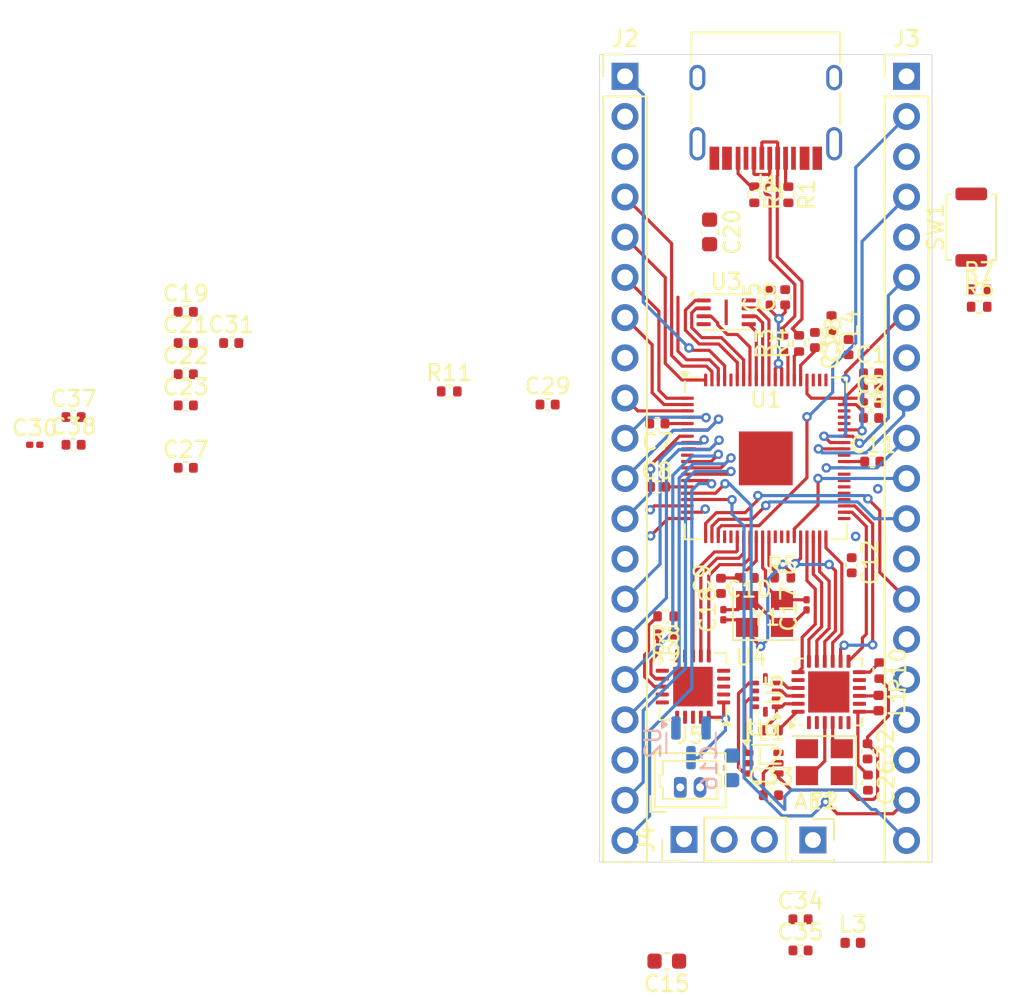
<source format=kicad_pcb>
(kicad_pcb (version 20241229) (generator "pcbnew") (generator_version "9.0")
  (layers (0 "F.Cu" jumper) (4 "In1.Cu" signal) (6 "In2.Cu" signal) (2 "B.Cu" mixed) (13 "F.Paste" user) (15 "B.Paste" user) (5 "F.SilkS" user "F.Silkscreen") (7 "B.SilkS" user "B.Silkscreen") (1 "F.Mask" user) (3 "B.Mask" user) (25 "Edge.Cuts" user))
  (net 0 "")
  (net 1 "Net-(AE1-A)")
  (net 2 "+3.3V")
  (net 3 "GND")
  (net 4 "Net-(U2-VI)")
  (net 5 "XIN")
  (net 6 "Net-(C18-Pad2)")
  (net 7 "VBUS")
  (net 8 "Net-(U5-VREG)")
  (net 9 "Net-(U5-VR_PA)")
  (net 10 "+1.1")
  (net 11 "Net-(U6-CTRL)")
  (net 12 "Net-(C33-Pad2)")
  (net 13 "Net-(U6-RFIN)")
  (net 14 "Net-(U1-VREG_AVDD)")
  (net 15 "Net-(FL1-RFO)")
  (net 16 "Net-(FL1-RFI_P)")
  (net 17 "Net-(FL1-RFI_N)")
  (net 18 "Net-(FL1-SW_RFI)")
  (net 19 "Net-(FL1-SW_RFO)")
  (net 20 "USB D-")
  (net 21 "USB D+")
  (net 22 "Net-(J1-CC1)")
  (net 23 "Net-(J1-CC2)")
  (net 24 "GPIO13")
  (net 25 "GPIO00")
  (net 26 "GPIO08")
  (net 27 "GPIO07")
  (net 28 "GPIO02")
  (net 29 "GPIO11")
  (net 30 "GPIO12")
  (net 31 "GPIO09")
  (net 32 "GPIO15")
  (net 33 "GPIO06")
  (net 34 "GPIO14")
  (net 35 "GPIO05")
  (net 36 "GPIO01")
  (net 37 "GPIO04")
  (net 38 "GPIO10")
  (net 39 "GPIO03")
  (net 40 "GPIO23")
  (net 41 "GPIO22")
  (net 42 "GPIO17")
  (net 43 "GPIO20")
  (net 44 "GPIO16")
  (net 45 "GPIO18")
  (net 46 "GPIO43_ADC3")
  (net 47 "GPIO19")
  (net 48 "GPIO42_ADC2")
  (net 49 "RUN")
  (net 50 "GPIO41_ADC1")
  (net 51 "GPIO40_ADC0")
  (net 52 "GPIO21")
  (net 53 "GPIO44_ADC4")
  (net 54 "SWCLK")
  (net 55 "SWDIO")
  (net 56 "VBAT")
  (net 57 "Net-(U5-DCC_SW)")
  (net 58 "Net-(U1-VREG_LX)")
  (net 59 "Net-(U1-USB_DP)")
  (net 60 "Net-(U1-USB_DM)")
  (net 61 "XOUT")
  (net 62 "QSPI_SS")
  (net 63 "Net-(R7-Pad2)")
  (net 64 "Net-(U4-PROG1)")
  (net 65 "Net-(U4-PROG3)")
  (net 66 "SXDIO2")
  (net 67 "QSPI_SCLK")
  (net 69 "QSPI_SD0")
  (net 70 "GPIO30_SPI1")
  (net 71 "GPIO31_SPI1")
  (net 72 "GPIO29_SPI1")
  (net 73 "QSPI_SD1")
  (net 74 "GPIO34L")
  (net 75 "GPIO33L")
  (net 76 "GPIO24B")
  (net 77 "GPIO26B")
  (net 80 "QSPI_SD3")
  (net 82 "GPIO27B")
  (net 83 "GPIO28_SPI1")
  (net 86 "GPIO32L")
  (net 87 "QSPI_SD2")
  (net 88 "GPIO25B")
  (net 92 "XTA")
  (net 93 "XTB")
  (footprint "Capacitor_SMD:C_0402_1005Metric" (layer "F.Cu") (at 101 68.3 -90)
    (property "Reference" "C32")
    (property "Value" "1nF")
  )
  (footprint "Resistor_SMD:R_0402_1005Metric" (layer "F.Cu") (at 108.05 39.125)
    (property "Reference" "R7")
    (property "Value" "1K")
  )
  (footprint "Capacitor_SMD:C_0402_1005Metric" (layer "F.Cu") (at 95.8 39.625 90)
    (property "Reference" "C6")
    (property "Value" "0.1uF")
  )
  (footprint "Crystal:Crystal_SMD_3225-4Pin_3.2x2.5mm" (layer "F.Cu") (at 94.495 59.625)
    (property "Reference" "Y1")
    (property "Value" "12 MHz")
  )
  (footprint "Resistor_SMD:R_0402_1005Metric" (layer "F.Cu") (at 108.05 40.225)
    (property "Reference" "R6")
    (property "Value" "10K")
  )
  (footprint "Capacitor_SMD:C_0402_1005Metric" (layer "F.Cu") (at 91.745 57.85 -90)
    (property "Reference" "C9")
    (property "Value" "0.1uF")
  )
  (footprint "Capacitor_SMD:C_0402_1005Metric" (layer "F.Cu") (at 57.945 44.485)
    (property "Reference" "C22")
    (property "Value" "100nF")
  )
  (footprint "Capacitor_SMD:C_0402_1005Metric" (layer "F.Cu") (at 101.225 46.3)
    (property "Reference" "C2")
    (property "Value" "0.1uF")
  )
  (footprint "Capacitor_SMD:C_0402_1005Metric" (layer "F.Cu") (at 101.225 44.425)
    (property "Reference" "C1")
    (property "Value" "1uF")
  )
  (footprint "Package_SON:Winbond_USON-8-1EP_3x2mm_P0.5mm_EP0.2x1.6mm" (layer "F.Cu") (at 92.075 40.575)
    (property "Reference" "U3")
    (property "Value" "W25Q16JVZPIQ TR")
  )
  (footprint "Capacitor_SMD:C_0402_1005Metric" (layer "F.Cu") (at 101.225 47.25)
    (property "Reference" "C4")
    (property "Value" "0.1uF")
  )
  (footprint "Capacitor_SMD:C_0402_1005Metric" (layer "F.Cu") (at 94.9 71.075)
    (property "Reference" "C33")
    (property "Value" "39pF")
  )
  (footprint "Capacitor_SMD:C_0603_1608Metric" (layer "F.Cu") (at 88.325 81.55 180)
    (property "Reference" "C15")
    (property "Value" "10uF")
  )
  (footprint "Capacitor_SMD:C_0402_1005Metric" (layer "F.Cu") (at 101.025 70.275 -90)
    (property "Reference" "C26")
    (property "Value" "470nF")
  )
  (footprint "Capacitor_SMD:C_0402_1005Metric" (layer "F.Cu") (at 94.875 39.625 90)
    (property "Reference" "C5")
    (property "Value" "0.1uF")
  )
  (footprint "Connector_PinSocket_2.54mm:PinSocket_1x01_P2.54mm_Vertical" (layer "F.Cu") (at 97.55 73.9)
    (property "Reference" "AE1")
    (property "Value" "Antenna")
  )
  (footprint "Inductor_SMD:L_0402_1005Metric" (layer "F.Cu") (at 98.725 41.285 -90)
    (property "Reference" "L4")
    (property "Value" "3.3uH")
  )
  (footprint "Capacitor_SMD:C_0402_1005Metric" (layer "F.Cu") (at 99.8 42.775 90)
    (property "Reference" "C36")
    (property "Value" "4.7uF")
  )
  (footprint "Capacitor_SMD:C_0402_1005Metric" (layer "F.Cu") (at 93.37 57.35)
    (property "Reference" "C10")
    (property "Value" "0.1uF")
  )
  (footprint "Capacitor_SMD:C_0402_1005Metric" (layer "F.Cu") (at 96.77 80.875)
    (property "Reference" "C35")
    (property "Value" "3.3pF")
  )
  (footprint "Capacitor_SMD:C_0201_0603Metric" (layer "F.Cu") (at 97.15 59.05 90)
    (property "Reference" "C17")
    (property "Value" "33pF")
  )
  (footprint "Capacitor_SMD:C_0402_1005Metric" (layer "F.Cu") (at 60.815 42.515)
    (property "Reference" "C31")
    (property "Value" "41pF")
  )
  (footprint "Connector_Molex:Molex_PicoBlade_53047-0210_1x02_P1.25mm_Vertical" (layer "F.Cu") (at 89.175 70.575)
    (property "Reference" "J5")
    (property "Value" "Conn_01x02")
  )
  (footprint "Capacitor_SMD:C_0402_1005Metric" (layer "F.Cu") (at 57.945 42.515)
    (property "Reference" "C21")
    (property "Value" "100nF")
  )
  (footprint "Package_DFN_QFN:QFN-24-1EP_4x4mm_P0.5mm_EP2.6x2.6mm" (layer "F.Cu") (at 98.55 64.55 90)
    (property "Reference" "U5")
    (property "Value" "SX1262IMLTRT")
  )
  (footprint "Capacitor_SMD:C_0201_0603Metric" (layer "F.Cu") (at 91.895 59.675 -90)
    (property "Reference" "C18")
    (property "Value" "33pF")
  )
  (footprint "Inductor_SMD:L_0402_1005Metric" (layer "F.Cu") (at 100.07 80.395)
    (property "Reference" "L3")
    (property "Value" "9.1nH")
  )
  (footprint "Connector_USB:USB_C_Receptacle_HRO_TYPE-C-31-M-12" (layer "F.Cu") (at 94.575 26.8 180)
    (property "Reference" "J1")
    (property "Value" "USB_C_Receptacle_USB2.0_14P")
  )
  (footprint "Inductor_SMD:L_0402_1005Metric" (layer "F.Cu") (at 94.875 66.975 180)
    (property "Reference" "L2")
    (property "Value" "47nH")
  )
  (footprint "Capacitor_SMD:C_0402_1005Metric" (layer "F.Cu") (at 80.795 46.4)
    (property "Reference" "C29")
    (property "Value" "100nF")
  )
  (footprint "Connector_PinHeader_2.54mm:PinHeader_1x20_P2.54mm_Vertical" (layer "F.Cu") (at 85.685 25.67)
    (property "Reference" "J2")
    (property "Value" "Conn_01x20")
  )
  (footprint "Resistor_SMD:R_0402_1005Metric" (layer "F.Cu") (at 93.85 33.15 -90)
    (property "Reference" "R2")
    (property "Value" "5.1K")
  )
  (footprint "Resistor_SMD:R_0402_1005Metric" (layer "F.Cu") (at 88.25 59.775 180)
    (property "Reference" "R8")
    (property "Value" "2K")
  )
  (footprint "Capacitor_SMD:C_0201_0603Metric" (layer "F.Cu") (at 48.41 48.94)
    (property "Reference" "C30")
    (property "Value" "4.7uF")
  )
  (footprint "Capacitor_SMD:C_0402_1005Metric" (layer "F.Cu") (at 50.86 48.94)
    (property "Reference" "C38")
    (property "Value" "4.7uF")
  )
  (footprint "Capacitor_SMD:C_0402_1005Metric" (layer "F.Cu") (at 50.86 47.19)
    (property "Reference" "C37")
    (property "Value" "4.7uF")
  )
  (footprint "Package_DFN_QFN:QFN-20-1EP_4x4mm_P0.5mm_EP2.5x2.5mm" (layer "F.Cu") (at 89.975 64.2125 180)
    (property "Reference" "U4")
    (property "Value" "MCP73871")
  )
  (footprint "Capacitor_SMD:C_0402_1005Metric" (layer "F.Cu") (at 100 56.55 -90)
    (property "Reference" "C12")
    (property "Value" "0.1uF")
  )
  (footprint "Capacitor_SMD:C_0402_1005Metric" (layer "F.Cu") (at 57.945 50.395)
    (property "Reference" "C27")
    (property "Value" "41nF")
  )
  (footprint "Capacitor_SMD:C_0402_1005Metric" (layer "F.Cu") (at 97.675 42.325 -90)
    (property "Reference" "C28")
    (property "Value" "100nF")
  )
  (footprint "Package_DFN_QFN:QFN-80-1EP_10x10mm_P0.4mm_EP3.4x3.4mm" (layer "F.Cu") (at 94.575 49.8)
    (property "Reference" "U1")
    (property "Value" "RP2350B-QFN80")
  )
  (footprint "Resistor_SMD:R_0402_1005Metric" (layer "F.Cu") (at 74.585 45.57)
    (property "Reference" "R11")
    (property "Value" "33")
  )
  (footprint "Crystal:Crystal_SMD_3225-4Pin_3.2x2.5mm" (layer "F.Cu") (at 98.275 68.9875 180)
    (property "Reference" "Y2")
    (property "Value" "32MHz")
  )
  (footprint "Capacitor_SMD:C_0402_1005Metric" (layer "F.Cu") (at 101.3 50)
    (property "Reference" "C11")
    (property "Value" "0.1uF")
  )
  (footprint "Connector_PinHeader_2.54mm:PinHeader_1x20_P2.54mm_Vertical" (layer "F.Cu") (at 103.465 25.67)
    (property "Reference" "J3")
    (property "Value" "Conn_01x20")
  )
  (footprint "Capacitor_SMD:C_0402_1005Metric" (layer "F.Cu") (at 101.225 45.375)
    (property "Reference" "C3")
    (property "Value" "0.1uF")
  )
  (footprint "Capacitor_SMD:C_0402_1005Metric" (layer "F.Cu") (at 57.945 46.455)
    (property "Reference" "C23")
    (property "Value" "100nF")
  )
  (footprint "Resistor_SMD:R_0402_1005Metric" (layer "F.Cu") (at 101.75 63.2 -90)
    (property "Reference" "R10")
    (property "Value" "100")
  )
  (footprint "Capacitor_SMD:C_0603_1608Metric" (layer "F.Cu") (at 91.025 35.5 -90)
    (property "Reference" "C20")
    (property "Value" "10uF")
  )
  (footprint "Package_TO_SOT_SMD:SOT-363_SC-70-6" (layer "F.Cu") (at 94.425 69.05)
    (property "Reference" "U6")
    (property "Value" "PE4259")
  )
  (footprint "Capacitor_SMD:C_0402_1005Metric" (layer "F.Cu") (at 87.775 51.6 180)
    (property "Reference" "C8")
    (property "Value" "0.1uF")
  )
  (footprint "Connector_PinHeader_2.54mm:PinHeader_1x03_P2.54mm_Vertical" (layer "F.Cu") (at 89.41 73.865 90)
    (property "Reference" "J4")
    (property "Value" "Conn_01x03")
  )
  (footprint "Resistor_SMD:R_0402_1005Metric" (layer "F.Cu") (at 88.25 60.925 180)
    (property "Reference" "R9")
    (property "Value" "2K")
  )
  (footprint "Capacitor_SMD:C_0402_1005Metric" (layer "F.Cu") (at 96.77 78.905)
    (property "Reference" "C34")
    (property "Value" "3.3pF")
  )
  (footprint "Inductor_SMD:L_0402_1005Metric" (layer "F.Cu") (at 101.7 65.25 -90)
    (property "Reference" "L1")
    (property "Value" "15uH")
  )
  (footprint "Resistor_SMD:R_0402_1005Metric" (layer "F.Cu") (at 95.675 42.54 90)
    (property "Reference" "R3")
    (property "Value" "27")
  )
  (footprint "Capacitor_SMD:C_0402_1005Metric" (layer "F.Cu") (at 57.945 40.545)
    (property "Reference" "C19")
    (property "Value" "0.1uF")
  )
  (footprint "RF_Converter:Balun_Johanson_0900FM15K0039" (layer "F.Cu") (at 94.55 64.7375 180)
    (property "Reference" "FL1")
    (property "Value" "0900FM15K0039")
  )
  (footprint "Resistor_SMD:R_0402_1005Metric" (layer "F.Cu") (at 96 33.15 -90)
    (property "Reference" "R1")
    (property "Value" "5.1K")
  )
  (footprint "Capacitor_SMD:C_0402_1005Metric" (layer "F.Cu") (at 87.725 47.6 180)
    (property "Reference" "C7")
    (property "Value" "0.1uF")
  )
  (footprint "Button_Switch_SMD:SW_Push_SPST_NO_Alps_SKRK" (layer "F.Cu") (at 107.55 35.2 90)
    (property "Reference" "SW1")
    (property "Value" "SW_Push")
  )
  (footprint "Resistor_SMD:R_0402_1005Metric" (layer "F.Cu") (at 96.675 42.54 90)
    (property "Reference" "R4")
    (property "Value" "27")
  )
  (footprint "Resistor_SMD:R_0402_1005Metric" (layer "F.Cu") (at 95.645 57.325 180)
    (property "Reference" "R5")
    (property "Value" "1K")
  )
  (footprint "Package_TO_SOT_SMD:SOT-23" (layer "B.Cu") (at 89.85 67.7625 -90)
    (property "Reference" "U2")
    (property "Value" "MCP1700x-330xxTT")
  )
  (footprint "Capacitor_SMD:C_0603_1608Metric" (layer "B.Cu") (at 92.425 69.345 -90)
    (property "Reference" "C16")
    (property "Value" "10uF")
  )
  (gr_rect (start 84.075 24.3) (end 105.075 75.3) (stroke (width 0.05)) (fill no) (layer "Edge.Cuts"))
  (segment (start 100.27 46.4) (end 100.695 46.825) (width 0.2) (layer "F.Cu") (net 2))
  (segment (start 88.255 51.6) (end 89.625 51.6) (width 0.2) (layer "F.Cu") (net 2))
  (segment (start 99.525 46) (end 100.545 46) (width 0.2) (layer "F.Cu") (net 2))
  (segment (start 94.875 40.45) (end 95.4 40.975) (width 0.2) (layer "F.Cu") (net 2))
  (segment (start 99.525 46.4) (end 99.525 46) (width 0.2) (layer "F.Cu") (net 2))
  (segment (start 89.625 47.6) (end 88.205 47.6) (width 0.2) (layer "F.Cu") (net 2))
  (segment (start 100.695 45.85) (end 100.695 46.3) (width 0.2) (layer "F.Cu") (net 2))
  (segment (start 100.695 47.25) (end 100.695 46.825) (width 0.2) (layer "F.Cu") (net 2))
  (segment (start 100.745 44.425) (end 100.745 44.78) (width 0.2) (layer "F.Cu") (net 2))
  (segment (start 97.175 45.725) (end 97.45 46) (width 0.2) (layer "F.Cu") (net 2))
  (segment (start 100.545 46) (end 100.695 45.85) (width 0.2) (layer "F.Cu") (net 2))
  (segment (start 97.175 44.85) (end 97.175 45.725) (width 0.2) (layer "F.Cu") (net 2))
  (segment (start 100.695 45.375) (end 100.695 45.85) (width 0.2) (layer "F.Cu") (net 2))
  (segment (start 92.89 57.35) (end 93.975 56.265) (width 0.2) (layer "F.Cu") (net 2))
  (segment (start 95.8 40.105) (end 95.8 40.575) (width 0.2) (layer "F.Cu") (net 2))
  (segment (start 100.695 46.825) (end 100.695 46.3) (width 0.2) (layer "F.Cu") (net 2))
  (segment (start 91.765 57.35) (end 91.745 57.37) (width 0.2) (layer "F.Cu") (net 2))
  (segment (start 93.975 56.265) (end 93.975 54.75) (width 0.2) (layer "F.Cu") (net 2))
  (segment (start 95.575 44.125) (end 95.575 44.85) (width 0.2) (layer "F.Cu") (net 2))
  (segment (start 95.175 44.125) (end 95.175 44.85) (width 0.2) (layer "F.Cu") (net 2))
  (segment (start 99.525 50) (end 100.82 50) (width 0.2) (layer "F.Cu") (net 2))
  (segment (start 95.375 43.925) (end 95.175 44.125) (width 0.2) (layer "F.Cu") (net 2))
  (segment (start 100.745 44.88) (end 100.745 45.375) (width 0.2) (layer "F.Cu") (net 2))
  (segment (start 100.695 44.83) (end 100.745 44.88) (width 0.2) (layer "F.Cu") (net 2))
  (segment (start 100.745 44.78) (end 99.525 46) (width 0.2) (layer "F.Cu") (net 2))
  (segment (start 95.375 43.809566) (end 95.375 43.925) (width 0.2) (layer "F.Cu") (net 2))
  (segment (start 95.375 43.925) (end 95.575 44.125) (width 0.2) (layer "F.Cu") (net 2))
  (segment (start 100.595 46.4) (end 100.695 46.3) (width 0.2) (layer "F.Cu") (net 2))
  (segment (start 92.89 57.35) (end 91.765 57.35) (width 0.2) (layer "F.Cu") (net 2))
  (segment (start 95.8 40.575) (end 95.4 40.975) (width 0.2) (layer "F.Cu") (net 2))
  (segment (start 94.875 40.105) (end 94.875 40.45) (width 0.2) (layer "F.Cu") (net 2))
  (segment (start 100.695 44.83) (end 100.695 44.425) (width 0.2) (layer "F.Cu") (net 2))
  (segment (start 97.45 46) (end 99.525 46) (width 0.2) (layer "F.Cu") (net 2))
  (segment (start 99.525 46.4) (end 100.27 46.4) (width 0.2) (layer "F.Cu") (net 2))
  (via (at 95.4 40.975) (size 0.6) (drill 0.3) (layers "F.Cu" "B.Cu") (net 2))
  (via (at 95.375 43.809566) (size 0.6) (drill 0.3) (layers "F.Cu" "B.Cu") (net 2))
  (segment (start 95.375 43.809566) (end 95.375 41) (width 0.2) (layer "B.Cu") (net 2))
  (segment (start 95.375 41) (end 95.4 40.975) (width 0.2) (layer "B.Cu") (net 2))
  (segment (start 95.595 60.475) (end 95.495 60.475) (width 0.2) (layer "F.Cu") (net 3))
  (segment (start 97.15 59.37) (end 96.045 60.475) (width 0.2) (layer "F.Cu") (net 3))
  (segment (start 92.815 59.355) (end 93.395 58.775) (width 0.2) (layer "F.Cu") (net 3))
  (segment (start 95.495 60.475) (end 93.795 58.775) (width 0.2) (layer "F.Cu") (net 3))
  (segment (start 91.895 59.355) (end 92.815 59.355) (width 0.2) (layer "F.Cu") (net 3))
  (segment (start 93.795 58.775) (end 93.395 58.775) (width 0.2) (layer "F.Cu") (net 3))
  (segment (start 96.045 60.475) (end 95.595 60.475) (width 0.2) (layer "F.Cu") (net 3))
  (segment (start 91.925 66.15) (end 92.025 66.25) (width 0.2) (layer "F.Cu") (net 4))
  (segment (start 91.9125 66.1375) (end 92.025 66.25) (width 0.2) (layer "F.Cu") (net 4))
  (segment (start 91.9125 65.2125) (end 91.9125 66.1375) (width 0.2) (layer "F.Cu") (net 4))
  (segment (start 90.975 66.15) (end 91.925 66.15) (width 0.2) (layer "F.Cu") (net 4))
  (via (at 92.025 66.25) (size 0.6) (drill 0.3) (layers "F.Cu" "B.Cu") (net 4))
  (segment (start 89.85 68.7) (end 90.304468 68.7) (width 0.2) (layer "B.Cu") (net 4))
  (segment (start 92.025 66.979468) (end 92.025 66.25) (width 0.2) (layer "B.Cu") (net 4))
  (segment (start 90.304468 68.7) (end 92.025 66.979468) (width 0.2) (layer "B.Cu") (net 4))
  (segment (start 95.595 58.775) (end 95.495 58.775) (width 0.2) (layer "F.Cu") (net 5))
  (segment (start 97.165 58.775) (end 97.195 58.745) (width 0.2) (layer "F.Cu") (net 5))
  (segment (start 94.556 57.836) (end 94.556 56.889725) (width 0.2) (layer "F.Cu") (net 5))
  (segment (start 97.15 58.73) (end 95.64 58.73) (width 0.2) (layer "F.Cu") (net 5))
  (segment (start 95.64 58.73) (end 95.595 58.775) (width 0.2) (layer "F.Cu") (net 5))
  (segment (start 95.495 58.775) (end 94.556 57.836) (width 0.2) (layer "F.Cu") (net 5))
  (segment (start 94.375 56.708725) (end 94.375 54.75) (width 0.2) (layer "F.Cu") (net 5))
  (segment (start 94.556 56.889725) (end 94.375 56.708725) (width 0.2) (layer "F.Cu") (net 5))
  (segment (start 96.155 57.325) (end 96.155 57.005) (width 0.2) (layer "F.Cu") (net 6))
  (segment (start 93.395 60.82) (end 93.395 60.475) (width 0.2) (layer "F.Cu") (net 6))
  (segment (start 96.155 57.005) (end 95.65 56.5) (width 0.2) (layer "F.Cu") (net 6))
  (segment (start 92.915 59.995) (end 93.395 60.475) (width 0.2) (layer "F.Cu") (net 6))
  (segment (start 94.25 61.675) (end 93.395 60.82) (width 0.2) (layer "F.Cu") (net 6))
  (segment (start 91.895 59.995) (end 92.915 59.995) (width 0.2) (layer "F.Cu") (net 6))
  (via (at 95.65 56.5) (size 0.6) (drill 0.3) (layers "F.Cu" "B.Cu") (net 6))
  (via (at 94.25 61.675) (size 0.6) (drill 0.3) (layers "F.Cu" "B.Cu") (net 6))
  (segment (start 94.7 57.45) (end 94.7 61.225) (width 0.2) (layer "B.Cu") (net 6))
  (segment (start 95.65 56.5) (end 94.7 57.45) (width 0.2) (layer "B.Cu") (net 6))
  (segment (start 94.7 61.225) (end 94.25 61.675) (width 0.2) (layer "B.Cu") (net 6))
  (segment (start 101.635 65.8) (end 101.7 65.735) (width 0.2) (layer "F.Cu") (net 8))
  (segment (start 100.4875 65.8) (end 101.635 65.8) (width 0.2) (layer "F.Cu") (net 8))
  (segment (start 101.025 69.795) (end 100.389 69.159) (width 0.2) (layer "F.Cu") (net 8))
  (segment (start 100.389 69.159) (end 100.389 65.8985) (width 0.2) (layer "F.Cu") (net 8))
  (segment (start 100.389 65.8985) (end 100.4875 65.8) (width 0.2) (layer "F.Cu") (net 8))
  (segment (start 96.535 65.8) (end 95.36 66.975) (width 0.2) (layer "F.Cu") (net 9))
  (segment (start 96.6125 65.8) (end 96.535 65.8) (width 0.2) (layer "F.Cu") (net 9))
  (segment (start 96.775 44.85) (end 96.775 43.925) (width 0.2) (layer "F.Cu") (net 10))
  (segment (start 97.675 43.025) (end 97.675 42.805) (width 0.2) (layer "F.Cu") (net 10))
  (segment (start 96.775 43.925) (end 97.675 43.025) (width 0.2) (layer "F.Cu") (net 10))
  (segment (start 101.625 66.775) (end 101 67.4) (width 0.2) (layer "F.Cu") (net 11))
  (segment (start 102.321 66.072362) (end 101.643362 66.75) (width 0.2) (layer "F.Cu") (net 11))
  (segment (start 102.321 64.281) (end 102.321 66.072362) (width 0.2) (layer "F.Cu") (net 11))
  (segment (start 95.375 69.9395) (end 96.174 70.7385) (width 0.2) (layer "F.Cu") (net 11))
  (segment (start 101.75 63.71) (end 102.321 64.281) (width 0.2) (layer "F.Cu") (net 11))
  (segment (start 101 67.4) (end 101 67.82) (width 0.2) (layer "F.Cu") (net 11))
  (segment (start 96.174 70.7385) (end 99.8 70.7385) (width 0.2) (layer "F.Cu") (net 11))
  (segment (start 99.8 70.7385) (end 100.3975 71.336) (width 0.2) (layer "F.Cu") (net 11))
  (segment (start 101.625 66.75) (end 101.625 66.775) (width 0.2) (layer "F.Cu") (net 11))
  (segment (start 101.38155 71.336) (end 101.636 71.08155) (width 0.2) (layer "F.Cu") (net 11))
  (segment (start 101.636 71.08155) (end 101.636 68.456) (width 0.2) (layer "F.Cu") (net 11))
  (segment (start 101.643362 66.75) (end 101.625 66.75) (width 0.2) (layer "F.Cu") (net 11))
  (segment (start 101.636 68.456) (end 101 67.82) (width 0.2) (layer "F.Cu") (net 11))
  (segment (start 95.375 69.7) (end 95.375 69.9395) (width 0.2) (layer "F.Cu") (net 11))
  (segment (start 100.3975 71.336) (end 101.38155 71.336) (width 0.2) (layer "F.Cu") (net 11))
  (segment (start 95.375 69.05) (end 95.050001 69.05) (width 0.2) (layer "F.Cu") (net 13))
  (segment (start 95.050001 69.05) (end 94.42 69.680001) (width 0.2) (layer "F.Cu") (net 13))
  (segment (start 94.42 69.680001) (end 94.42 71.075) (width 0.2) (layer "F.Cu") (net 13))
  (segment (start 95.25 66.115) (end 95.25 65.4875) (width 0.2) (layer "F.Cu") (net 15))
  (segment (start 95.583824 65.4875) (end 95.25 65.4875) (width 0.2) (layer "F.Cu") (net 15))
  (segment (start 96.6125 65.3) (end 95.771324 65.3) (width 0.2) (layer "F.Cu") (net 15))
  (segment (start 95.771324 65.3) (end 95.583824 65.4875) (width 0.2) (layer "F.Cu") (net 15))
  (segment (start 94.39 66.975) (end 95.25 66.115) (width 0.2) (layer "F.Cu") (net 15))
  (segment (start 95.6546 63.9875) (end 95.25 63.9875) (width 0.2) (layer "F.Cu") (net 16))
  (segment (start 95.9671 64.3) (end 95.6546 63.9875) (width 0.2) (layer "F.Cu") (net 16))
  (segment (start 96.6125 64.3) (end 95.9671 64.3) (width 0.2) (layer "F.Cu") (net 16))
  (segment (start 95.25 64.4875) (end 95.5875 64.4875) (width 0.2) (layer "F.Cu") (net 17))
  (segment (start 95.9 64.8) (end 96.6125 64.8) (width 0.2) (layer "F.Cu") (net 17))
  (segment (start 95.5875 64.4875) (end 95.9 64.8) (width 0.2) (layer "F.Cu") (net 17))
  (segment (start 93.516176 63.9875) (end 92.849 64.654676) (width 0.2) (layer "F.Cu") (net 18))
  (segment (start 93.23013 69.7) (end 93.475 69.7) (width 0.2) (layer "F.Cu") (net 18))
  (segment (start 93.85 63.9875) (end 93.516176 63.9875) (width 0.2) (layer "F.Cu") (net 18))
  (segment (start 92.849 64.654676) (end 92.849 69.31887) (width 0.2) (layer "F.Cu") (net 18))
  (segment (start 92.849 69.31887) (end 93.23013 69.7) (width 0.2) (layer "F.Cu") (net 18))
  (segment (start 93.516176 64.9875) (end 93.249 65.254676) (width 0.2) (layer "F.Cu") (net 19))
  (segment (start 93.249 68.174) (end 93.475 68.4) (width 0.2) (layer "F.Cu") (net 19))
  (segment (start 93.85 64.9875) (end 93.516176 64.9875) (width 0.2) (layer "F.Cu") (net 19))
  (segment (start 93.249 65.254676) (end 93.249 68.174) (width 0.2) (layer "F.Cu") (net 19))
  (segment (start 94.374 29.819) (end 94.325 29.868) (width 0.2) (layer "F.Cu") (net 20))
  (segment (start 95.325 29.868) (end 95.276 29.819) (width 0.2) (layer "F.Cu") (net 20))
  (segment (start 95.325 30.845) (end 95.325 29.868) (width 0.2) (layer "F.Cu") (net 20))
  (segment (start 95.3 37.071082) (end 96.86098 38.632062) (width 0.2) (layer "F.Cu") (net 20))
  (segment (start 95.325 31.932501) (end 95.3 31.957501) (width 0.2) (layer "F.Cu") (net 20))
  (segment (start 96.86098 38.632062) (end 96.86098 41.000332) (width 0.2) (layer "F.Cu") (net 20))
  (segment (start 96.253156 41.608156) (end 96.675 42.03) (width 0.2) (layer "F.Cu") (net 20))
  (segment (start 95.276 29.819) (end 94.374 29.819) (width 0.2) (layer "F.Cu") (net 20))
  (segment (start 94.325 29.868) (end 94.325 30.845) (width 0.2) (layer "F.Cu") (net 20))
  (segment (start 96.86098 41.000332) (end 96.253156 41.608156) (width 0.2) (layer "F.Cu") (net 20))
  (segment (start 95.3 31.957501) (end 95.3 37.071082) (width 0.2) (layer "F.Cu") (net 20))
  (segment (start 95.325 30.845) (end 95.325 31.932501) (width 0.2) (layer "F.Cu") (net 20))
  (segment (start 94.825 31.932501) (end 94.85 31.957501) (width 0.2) (layer "F.Cu") (net 21))
  (segment (start 94.825 30.845) (end 94.825 31.932501) (width 0.2) (layer "F.Cu") (net 21))
  (segment (start 94.85 34.025) (end 94.85 37.25745) (width 0.2) (layer "F.Cu") (net 21))
  (segment (start 96.411 40.813943) (end 95.648943 41.576) (width 0.2) (layer "F.Cu") (net 21))
  (segment (start 93.825 31.822) (end 93.874 31.871) (width 0.2) (layer "F.Cu") (net 21))
  (segment (start 94.825 31.822) (end 94.825 30.845) (width 0.2) (layer "F.Cu") (net 21))
  (segment (start 94.85 33.58171) (end 94.85 34.025) (width 0.2) (layer "F.Cu") (net 21))
  (segment (start 94.85 31.957501) (end 94.85 32.38171) (width 0.2) (layer "F.Cu") (net 21))
  (segment (start 95.648943 41.576) (end 95.584603 41.576) (width 0.2) (layer "F.Cu") (net 21))
  (segment (start 93.874 31.871) (end 94.776 31.871) (width 0.2) (layer "F.Cu") (net 21))
  (segment (start 94.85 37.25745) (end 96.411 38.81845) (width 0.2) (layer "F.Cu") (net 21))
  (segment (start 96.411 38.81845) (end 96.411 40.813943) (width 0.2) (layer "F.Cu") (net 21))
  (segment (start 94.85 33.307294) (end 94.85 33.58171) (width 0.2) (layer "F.Cu") (net 21))
  (segment (start 95.584603 41.576) (end 95.675 41.666397) (width 0.2) (layer "F.Cu") (net 21))
  (segment (start 93.825 30.845) (end 93.825 31.822) (width 0.2) (layer "F.Cu") (net 21))
  (segment (start 94.524416 32.707294) (end 94.524416 32.98171) (width 0.2) (layer "F.Cu") (net 21))
  (segment (start 95.675 41.666397) (end 95.675 42.03) (width 0.2) (layer "F.Cu") (net 21))
  (segment (start 94.776 31.871) (end 94.825 31.822) (width 0.2) (layer "F.Cu") (net 21))
  (arc (start 94.85 32.38171) (mid 94.802319 32.496821) (end 94.687208 32.544502) (width 0.2) (layer "F.Cu") (net 21))
  (arc (start 94.687208 32.544502) (mid 94.572097 32.592183) (end 94.524416 32.707294) (width 0.2) (layer "F.Cu") (net 21))
  (arc (start 94.687208 33.144502) (mid 94.802319 33.192183) (end 94.85 33.307294) (width 0.2) (layer "F.Cu") (net 21))
  (arc (start 94.524416 32.98171) (mid 94.572097 33.096821) (end 94.687208 33.144502) (width 0.2) (layer "F.Cu") (net 21))
  (segment (start 95.825 32.465) (end 96 32.64) (width 0.2) (layer "F.Cu") (net 22))
  (segment (start 95.825 30.845) (end 95.825 32.465) (width 0.2) (layer "F.Cu") (net 22))
  (segment (start 92.825 31.822) (end 93.643 32.64) (width 0.2) (layer "F.Cu") (net 23))
  (segment (start 92.825 30.845) (end 92.825 31.822) (width 0.2) (layer "F.Cu") (net 23))
  (segment (start 93.643 32.64) (end 93.85 32.64) (width 0.2) (layer "F.Cu") (net 23))
  (segment (start 89.625 50.4) (end 91.75 50.4) (width 0.2) (layer "F.Cu") (net 24))
  (segment (start 91.75 50.4) (end 92.375 49.775) (width 0.2) (layer "F.Cu") (net 24))
  (via (at 92.375 49.775) (size 0.6) (drill 0.3) (layers "F.Cu" "B.Cu") (net 24))
  (segment (start 89.103 62.892) (end 85.685 66.31) (width 0.2) (layer "B.Cu") (net 24))
  (segment (start 89.103 51.0391) (end 89.103 62.892) (width 0.2) (layer "B.Cu") (net 24))
  (segment (start 89.996154 50.145946) (end 89.103 51.0391) (width 0.2) (layer "B.Cu") (net 24))
  (segment (start 92.375 49.775) (end 92.004054 50.145946) (width 0.2) (layer "B.Cu") (net 24))
  (segment (start 92.004054 50.145946) (end 89.996154 50.145946) (width 0.2) (layer "B.Cu") (net 24))
  (segment (start 91.975 44.85) (end 91.975 43.95) (width 0.2) (layer "F.Cu") (net 25))
  (segment (start 89.876 42.976) (end 89.725 42.825) (width 0.2) (layer "F.Cu") (net 25))
  (segment (start 91.975 43.95) (end 91.001 42.976) (width 0.2) (layer "F.Cu") (net 25))
  (segment (start 91.001 42.976) (end 89.876 42.976) (width 0.2) (layer "F.Cu") (net 25))
  (via (at 89.725 42.825) (size 0.6) (drill 0.3) (layers "F.Cu" "B.Cu") (net 25))
  (segment (start 89.725 42.825) (end 86.836 39.936) (width 0.2) (layer "B.Cu") (net 25))
  (segment (start 86.836 39.936) (end 86.836 26.821) (width 0.2) (layer "B.Cu") (net 25))
  (segment (start 86.836 26.821) (end 85.685 25.67) (width 0.2) (layer "B.Cu") (net 25))
  (segment (start 91.593425 47.327377) (end 91.44762 47.327377) (width 0.2) (layer "F.Cu") (net 26))
  (segment (start 91.44762 47.327377) (end 91.401 47.373997) (width 0.2) (layer "F.Cu") (net 26))
  (segment (start 89.625 48) (end 90.920802 48) (width 0.2) (layer "F.Cu") (net 26))
  (segment (start 90.920802 48) (end 91.593425 47.327377) (width 0.2) (layer "F.Cu") (net 26))
  (via (at 91.593425 47.327377) (size 0.6) (drill 0.3) (layers "F.Cu" "B.Cu") (net 26))
  (segment (start 90.895799 48.025003) (end 88.729997 48.025003) (width 0.2) (layer "B.Cu") (net 26))
  (segment (start 91.593425 47.327377) (end 90.895799 48.025003) (width 0.2) (layer "B.Cu") (net 26))
  (segment (start 88.729997 48.025003) (end 85.685 51.07) (width 0.2) (layer "B.Cu") (net 26))
  (segment (start 90.775 47.2) (end 90.8 47.225) (width 0.2) (layer "F.Cu") (net 27))
  (segment (start 89.625 47.2) (end 90.775 47.2) (width 0.2) (layer "F.Cu") (net 27))
  (via (at 90.8 47.225) (size 0.6) (drill 0.3) (layers "F.Cu" "B.Cu") (net 27))
  (segment (start 89.3 47.2) (end 90.775 47.2) (width 0.2) (layer "B.Cu") (net 27))
  (segment (start 90.775 47.2) (end 90.8 47.225) (width 0.2) (layer "B.Cu") (net 27))
  (segment (start 87.015 47.2) (end 89.3 47.2) (width 0.2) (layer "B.Cu") (net 27))
  (segment (start 85.685 48.53) (end 87.015 47.2) (width 0.2) (layer "B.Cu") (net 27))
  (segment (start 88.625 36.23) (end 85.685 33.29) (width 0.2) (layer "F.Cu") (net 28))
  (segment (start 88.627 43.302) (end 88.627 38.2049) (width 0.2) (layer "F.Cu") (net 28))
  (segment (start 88.625 38.2029) (end 88.625 36.23) (width 0.2) (layer "F.Cu") (net 28))
  (segment (start 91.175 44.85) (end 91.175 44.325) (width 0.2) (layer "F.Cu") (net 28))
  (segment (start 88.627 38.2049) (end 88.625 38.2029) (width 0.2) (layer "F.Cu") (net 28))
  (segment (start 91.175 44.325) (end 90.825 43.975) (width 0.2) (layer "F.Cu") (net 28))
  (segment (start 90.825 43.975) (end 89.3 43.975) (width 0.2) (layer "F.Cu") (net 28))
  (segment (start 89.3 43.975) (end 88.627 43.302) (width 0.2) (layer "F.Cu") (net 28))
  (segment (start 90.122774 49.2) (end 89.625 49.2) (width 0.2) (layer "F.Cu") (net 29))
  (segment (start 91.048997 49.226003) (end 91.625 48.65) (width 0.2) (layer "F.Cu") (net 29))
  (segment (start 90.148777 49.226003) (end 91.048997 49.226003) (width 0.2) (layer "F.Cu") (net 29))
  (segment (start 90.122774 49.2) (end 90.148777 49.226003) (width 0.2) (layer "F.Cu") (net 29))
  (via (at 91.625 48.65) (size 0.6) (drill 0.3) (layers "F.Cu" "B.Cu") (net 29))
  (segment (start 89.0911 49.251) (end 91.024 49.251) (width 0.2) (layer "B.Cu") (net 29))
  (segment (start 85.685 61.23) (end 88.301 58.614) (width 0.2) (layer "B.Cu") (net 29))
  (segment (start 88.301 58.614) (end 88.301 50.0411) (width 0.2) (layer "B.Cu") (net 29))
  (segment (start 91.024 49.251) (end 91.625 48.65) (width 0.2) (layer "B.Cu") (net 29))
  (segment (start 88.301 50.0411) (end 89.0911 49.251) (width 0.2) (layer "B.Cu") (net 29))
  (segment (start 91.578584 49.544946) (end 91.12353 50) (width 0.2) (layer "F.Cu") (net 30))
  (segment (start 91.12353 50) (end 89.625 50) (width 0.2) (layer "F.Cu") (net 30))
  (via (at 91.578584 49.544946) (size 0.6) (drill 0.3) (layers "F.Cu" "B.Cu") (net 30))
  (segment (start 89.923 49.652) (end 88.702 50.873) (width 0.2) (layer "B.Cu") (net 30))
  (segment (start 91.578584 49.544946) (end 91.47353 49.65) (width 0.2) (layer "B.Cu") (net 30))
  (segment (start 91.47353 49.65) (end 91.1921 49.65) (width 0.2) (layer "B.Cu") (net 30))
  (segment (start 88.702 50.873) (end 88.702 60.753) (width 0.2) (layer "B.Cu") (net 30))
  (segment (start 91.1921 49.65) (end 91.1901 49.652) (width 0.2) (layer "B.Cu") (net 30))
  (segment (start 91.1901 49.652) (end 89.923 49.652) (width 0.2) (layer "B.Cu") (net 30))
  (segment (start 88.702 60.753) (end 85.685 63.77) (width 0.2) (layer "B.Cu") (net 30))
  (segment (start 87.3 50.225) (end 87.3 50.475) (width 0.2) (layer "F.Cu") (net 31))
  (segment (start 89.625 48.4) (end 89.125 48.4) (width 0.2) (layer "F.Cu") (net 31))
  (segment (start 89.125 48.4) (end 87.3 50.225) (width 0.2) (layer "F.Cu") (net 31))
  (via (at 87.3 50.475) (size 0.6) (drill 0.3) (layers "F.Cu" "B.Cu") (net 31))
  (segment (start 87.3 50.475) (end 87.3 51.995) (width 0.2) (layer "B.Cu") (net 31))
  (segment (start 87.3 51.995) (end 85.685 53.61) (width 0.2) (layer "B.Cu") (net 31))
  (segment (start 90.95 51.2) (end 91.15 51.4) (width 0.2) (layer "F.Cu") (net 32))
  (segment (start 89.625 51.2) (end 90.95 51.2) (width 0.2) (layer "F.Cu") (net 32))
  (via (at 91.15 51.4) (size 0.6) (drill 0.3) (layers "F.Cu" "B.Cu") (net 32))
  (segment (start 91.15 51.4) (end 90.325 51.4) (width 0.2) (layer "B.Cu") (net 32))
  (segment (start 87.237 72.378) (end 85.685 73.93) (width 0.2) (layer "B.Cu") (net 32))
  (segment (start 89.905 51.82) (end 89.905 64.332) (width 0.2) (layer "B.Cu") (net 32))
  (segment (start 89.905 64.332) (end 87.237 67) (width 0.2) (layer "B.Cu") (net 32))
  (segment (start 87.237 67) (end 87.237 72.378) (width 0.2) (layer "B.Cu") (net 32))
  (segment (start 90.325 51.4) (end 89.905 51.82) (width 0.2) (layer "B.Cu") (net 32))
  (segment (start 86.495 46.8) (end 89.625 46.8) (width 0.2) (layer "F.Cu") (net 33))
  (segment (start 85.685 45.99) (end 86.495 46.8) (width 0.2) (layer "F.Cu") (net 33))
  (segment (start 92.19853 50.8) (end 92.375001 50.623529) (width 0.2) (layer "F.Cu") (net 34))
  (segment (start 89.625 50.8) (end 92.19853 50.8) (width 0.2) (layer "F.Cu") (net 34))
  (via (at 92.375001 50.623529) (size 0.6) (drill 0.3) (layers "F.Cu" "B.Cu") (net 34))
  (segment (start 85.685 71.39) (end 86.836 70.239) (width 0.2) (layer "B.Cu") (net 34))
  (segment (start 86.836 70.239) (end 86.836 65.7261) (width 0.2) (layer "B.Cu") (net 34))
  (segment (start 89.504 63.0581) (end 89.504 51.2052) (width 0.2) (layer "B.Cu") (net 34))
  (segment (start 86.836 65.7261) (end 89.504 63.0581) (width 0.2) (layer "B.Cu") (net 34))
  (segment (start 90.085671 50.623529) (end 92.375001 50.623529) (width 0.2) (layer "B.Cu") (net 34))
  (segment (start 89.504 51.2052) (end 90.085671 50.623529) (width 0.2) (layer "B.Cu") (net 34))
  (segment (start 87.4 45.65) (end 88.15 46.4) (width 0.2) (layer "F.Cu") (net 35))
  (segment (start 85.685 40.91) (end 87.4 42.625) (width 0.2) (layer "F.Cu") (net 35))
  (segment (start 87.4 42.625) (end 87.4 45.65) (width 0.2) (layer "F.Cu") (net 35))
  (segment (start 88.15 46.4) (end 89.625 46.4) (width 0.2) (layer "F.Cu") (net 35))
  (segment (start 89.028 43.028) (end 89.028 39.628) (width 0.2) (layer "F.Cu") (net 36))
  (segment (start 91.575 44.125) (end 91.024 43.574) (width 0.2) (layer "F.Cu") (net 36))
  (segment (start 91.024 43.574) (end 89.574 43.574) (width 0.2) (layer "F.Cu") (net 36))
  (segment (start 89.574 43.574) (end 89.028 43.028) (width 0.2) (layer "F.Cu") (net 36))
  (segment (start 91.575 44.85) (end 91.575 44.125) (width 0.2) (layer "F.Cu") (net 36))
  (segment (start 87.825 45.5) (end 87.825 40.51) (width 0.2) (layer "F.Cu") (net 37))
  (segment (start 89.625 46) (end 88.325 46) (width 0.2) (layer "F.Cu") (net 37))
  (segment (start 87.825 40.51) (end 85.685 38.37) (width 0.2) (layer "F.Cu") (net 37))
  (segment (start 88.325 46) (end 87.825 45.5) (width 0.2) (layer "F.Cu") (net 37))
  (segment (start 90.550686 48.8) (end 89.625 48.8) (width 0.2) (layer "F.Cu") (net 38))
  (segment (start 90.67949 48.671196) (end 90.550686 48.8) (width 0.2) (layer "F.Cu") (net 38))
  (segment (start 90.67949 48.625003) (end 90.67949 48.671196) (width 0.2) (layer "F.Cu") (net 38))
  (via (at 90.67949 48.625003) (size 0.6) (drill 0.3) (layers "F.Cu" "B.Cu") (net 38))
  (segment (start 90.67949 48.625003) (end 90.67949 48.671196) (width 0.2) (layer "B.Cu") (net 38))
  (segment (start 87.9 49.925) (end 87.9 56.475) (width 0.2) (layer "B.Cu") (net 38))
  (segment (start 88.925 48.85) (end 87.875 49.9) (width 0.2) (layer "B.Cu") (net 38))
  (segment (start 90.67949 48.671196) (end 90.500686 48.85) (width 0.2) (layer "B.Cu") (net 38))
  (segment (start 87.875 49.9) (end 87.9 49.925) (width 0.2) (layer "B.Cu") (net 38))
  (segment (start 90.500686 48.85) (end 88.925 48.85) (width 0.2) (layer "B.Cu") (net 38))
  (segment (start 87.9 56.475) (end 85.685 58.69) (width 0.2) (layer "B.Cu") (net 38))
  (segment (start 88.226 43.8) (end 88.226 38.371) (width 0.2) (layer "F.Cu") (net 39))
  (segment (start 90.775 44.85) (end 89.276 44.85) (width 0.2) (layer "F.Cu") (net 39))
  (segment (start 88.226 38.371) (end 85.685 35.83) (width 0.2) (layer "F.Cu") (net 39))
  (segment (start 89.276 44.85) (end 88.226 43.8) (width 0.2) (layer "F.Cu") (net 39))
  (segment (start 94.15 54.05) (end 97.175 51.025) (width 0.2) (layer "F.Cu") (net 40))
  (segment (start 97.175 51.025) (end 97.175 47.175) (width 0.2) (layer "F.Cu") (net 40))
  (segment (start 91.575 54.25) (end 91.775 54.05) (width 0.2) (layer "F.Cu") (net 40))
  (segment (start 91.575 54.75) (end 91.575 54.25) (width 0.2) (layer "F.Cu") (net 40))
  (segment (start 91.775 54.05) (end 94.15 54.05) (width 0.2) (layer "F.Cu") (net 40))
  (via (at 97.175 47.175) (size 0.6) (drill 0.3) (layers "F.Cu" "B.Cu") (net 40))
  (segment (start 100.254627 31.420373) (end 100.254627 42.5) (width 0.2) (layer "B.Cu") (net 40))
  (segment (start 97.25 47.175) (end 97.175 47.175) (width 0.2) (layer "B.Cu") (net 40))
  (segment (start 100.254627 42.5) (end 98.8 43.954627) (width 0.2) (layer "B.Cu") (net 40))
  (segment (start 98.8 45.625) (end 97.25 47.175) (width 0.2) (layer "B.Cu") (net 40))
  (segment (start 103.465 28.21) (end 100.254627 31.420373) (width 0.2) (layer "B.Cu") (net 40))
  (segment (start 98.8 43.954627) (end 98.8 45.625) (width 0.2) (layer "B.Cu") (net 40))
  (segment (start 93.70247 53.649) (end 94.575735 52.775735) (width 0.2) (layer "F.Cu") (net 41))
  (segment (start 91.2079 54.05) (end 91.6089 53.649) (width 0.2) (layer "F.Cu") (net 41))
  (segment (start 91.175 54.75) (end 91.175 54.075) (width 0.2) (layer "F.Cu") (net 41))
  (segment (start 93.625 53.649) (end 93.70247 53.649) (width 0.2) (layer "F.Cu") (net 41))
  (segment (start 91.2 54.05) (end 91.2079 54.05) (width 0.2) (layer "F.Cu") (net 41))
  (segment (start 91.6089 53.649) (end 93.625 53.649) (width 0.2) (layer "F.Cu") (net 41))
  (segment (start 91.175 54.075) (end 91.2 54.05) (width 0.2) (layer "F.Cu") (net 41))
  (via (at 94.575735 52.775735) (size 0.6) (drill 0.3) (layers "F.Cu" "B.Cu") (net 41))
  (segment (start 94.575735 52.775735) (end 94.80147 52.55) (width 0.2) (layer "B.Cu") (net 41))
  (segment (start 94.80147 52.55) (end 100.375 52.55) (width 0.2) (layer "B.Cu") (net 41))
  (segment (start 100.375 52.55) (end 101.435 53.61) (width 0.2) (layer "B.Cu") (net 41))
  (segment (start 101.435 53.61) (end 103.465 53.61) (width 0.2) (layer "B.Cu") (net 41))
  (segment (start 99.09 72.24) (end 102.615 72.24) (width 0.2) (layer "F.Cu") (net 42))
  (segment (start 102.615 72.24) (end 103.465 71.39) (width 0.2) (layer "F.Cu") (net 42))
  (segment (start 98.35 71.5) (end 99.09 72.24) (width 0.2) (layer "F.Cu") (net 42))
  (segment (start 92.42647 52.4) (end 89.625 52.4) (width 0.2) (layer "F.Cu") (net 42))
  (segment (start 92.438235 52.411765) (end 92.42647 52.4) (width 0.2) (layer "F.Cu") (net 42))
  (via (at 98.35 71.5) (size 0.6) (drill 0.3) (layers "F.Cu" "B.Cu") (net 42))
  (via (at 92.438235 52.411765) (size 0.6) (drill 0.3) (layers "F.Cu" "B.Cu") (net 42))
  (segment (start 92.438235 52.411765) (end 92.438235 53.322435) (width 0.2) (layer "B.Cu") (net 42))
  (segment (start 92.438235 53.322435) (end 93.201 54.0852) (width 0.2) (layer "B.Cu") (net 42))
  (segment (start 93.201 54.0852) (end 93.201 69.9681) (width 0.2) (layer "B.Cu") (net 42))
  (segment (start 93.201 69.9681) (end 95.6089 72.376) (width 0.2) (layer "B.Cu") (net 42))
  (segment (start 95.6089 72.376) (end 97.474 72.376) (width 0.2) (layer "B.Cu") (net 42))
  (segment (start 97.474 72.376) (end 98.35 71.5) (width 0.2) (layer "B.Cu") (net 42))
  (segment (start 88.4 53.6) (end 87.3 54.7) (width 0.2) (layer "F.Cu") (net 43))
  (segment (start 89.625 53.6) (end 88.4 53.6) (width 0.2) (layer "F.Cu") (net 43))
  (via (at 87.3 54.7) (size 0.6) (drill 0.3) (layers "F.Cu" "B.Cu") (net 43))
  (segment (start 91.4 52) (end 89.625 52) (width 0.2) (layer "F.Cu") (net 44))
  (segment (start 92 51.4) (end 91.4 52) (width 0.2) (layer "F.Cu") (net 44))
  (via (at 92 51.4) (size 0.6) (drill 0.3) (layers "F.Cu" "B.Cu") (net 44))
  (segment (start 96.175 70.75) (end 100.025 70.75) (width 0.2) (layer "B.Cu") (net 44))
  (segment (start 101.51 71.975) (end 103.465 73.93) (width 0.2) (layer "B.Cu") (net 44))
  (segment (start 92.275 51.4) (end 93.649 52.774) (width 0.2) (layer "B.Cu") (net 44))
  (segment (start 95.775 71.975) (end 95.775 71.15) (width 0.2) (layer "B.Cu") (net 44))
  (segment (start 95.775 71.15) (end 96.175 70.75) (width 0.2) (layer "B.Cu") (net 44))
  (segment (start 93.649 69.849) (end 95.775 71.975) (width 0.2) (layer "B.Cu") (net 44))
  (segment (start 92 51.4) (end 92.275 51.4) (width 0.2) (layer "B.Cu") (net 44))
  (segment (start 93.649 52.774) (end 93.649 69.849) (width 0.2) (layer "B.Cu") (net 44))
  (segment (start 101.25 71.975) (end 101.51 71.975) (width 0.2) (layer "B.Cu") (net 44))
  (segment (start 100.025 70.75) (end 101.25 71.975) (width 0.2) (layer "B.Cu") (net 44))
  (segment (start 87.525 52.8) (end 87.275 53.05) (width 0.2) (layer "F.Cu") (net 45))
  (segment (start 89.625 52.8) (end 87.525 52.8) (width 0.2) (layer "F.Cu") (net 45))
  (via (at 87.275 53.05) (size 0.6) (drill 0.3) (layers "F.Cu" "B.Cu") (net 45))
  (via (at 101.65 51.725) (size 0.6) (drill 0.3) (layers "F.Cu" "B.Cu") (net 45))
  (segment (start 99.525 48.4) (end 100.051203 48.4) (width 0.2) (layer "F.Cu") (net 46))
  (segment (start 100.051203 48.4) (end 100.494892 48.843689) (width 0.2) (layer "F.Cu") (net 46))
  (via (at 100.494892 48.843689) (size 0.6) (drill 0.3) (layers "F.Cu" "B.Cu") (net 46))
  (segment (start 102.314 47.25157) (end 102.314 39.521) (width 0.2) (layer "B.Cu") (net 46))
  (segment (start 100.721881 48.843689) (end 102.314 47.25157) (width 0.2) (layer "B.Cu") (net 46))
  (segment (start 100.494892 48.843689) (end 100.721881 48.843689) (width 0.2) (layer "B.Cu") (net 46))
  (segment (start 102.314 39.521) (end 103.465 38.37) (width 0.2) (layer "B.Cu") (net 46))
  (segment (start 89.625 53.2) (end 90.55 53.2) (width 0.2) (layer "F.Cu") (net 47))
  (segment (start 90.55 53.2) (end 90.75 53) (width 0.2) (layer "F.Cu") (net 47))
  (via (at 90.75 53) (size 0.6) (drill 0.3) (layers "F.Cu" "B.Cu") (net 47))
  (via (at 100.25 54.725) (size 0.6) (drill 0.3) (layers "F.Cu" "B.Cu") (net 47))
  (segment (start 99.625 44.36987) (end 103.08487 40.91) (width 0.2) (layer "F.Cu") (net 48))
  (segment (start 103.08487 40.91) (end 103.465 40.91) (width 0.2) (layer "F.Cu") (net 48))
  (segment (start 98.65 48.8) (end 98.25 48.4) (width 0.2) (layer "F.Cu") (net 48))
  (segment (start 99.625 44.775) (end 99.625 44.36987) (width 0.2) (layer "F.Cu") (net 48))
  (segment (start 99.525 48.8) (end 98.65 48.8) (width 0.2) (layer "F.Cu") (net 48))
  (via (at 98.25 48.4) (size 0.6) (drill 0.3) (layers "F.Cu" "B.Cu") (net 48))
  (via (at 99.625 44.775) (size 0.6) (drill 0.3) (layers "F.Cu" "B.Cu") (net 48))
  (segment (start 99.465684 48.4) (end 99.625 48.240684) (width 0.2) (layer "B.Cu") (net 48))
  (segment (start 98.25 48.4) (end 99.465684 48.4) (width 0.2) (layer "B.Cu") (net 48))
  (segment (start 99.625 48.240684) (end 99.625 44.775) (width 0.2) (layer "B.Cu") (net 48))
  (segment (start 97.875 51.07) (end 97.875 52.75) (width 0.2) (layer "F.Cu") (net 49))
  (segment (start 97.875 52.75) (end 96.375 54.25) (width 0.2) (layer "F.Cu") (net 49))
  (segment (start 96.375 54.25) (end 96.375 54.75) (width 0.2) (layer "F.Cu") (net 49))
  (via (at 97.875 51.07) (size 0.6) (drill 0.3) (layers "F.Cu" "B.Cu") (net 49))
  (segment (start 97.875 51.07) (end 103.465 51.07) (width 0.2) (layer "B.Cu") (net 49))
  (segment (start 97.9 49.2) (end 99.525 49.2) (width 0.2) (layer "F.Cu") (net 50))
  (via (at 97.9 49.2) (size 0.6) (drill 0.3) (layers "F.Cu" "B.Cu") (net 50))
  (segment (start 100.91724 49.45) (end 98.15 49.45) (width 0.2) (layer "B.Cu") (net 50))
  (segment (start 103.278081 47.089159) (end 100.91724 49.45) (width 0.2) (layer "B.Cu") (net 50))
  (segment (start 103.278081 46.176919) (end 103.278081 47.089159) (width 0.2) (layer "B.Cu") (net 50))
  (segment (start 103.465 45.99) (end 103.278081 46.176919) (width 0.2) (layer "B.Cu") (net 50))
  (segment (start 98.15 49.45) (end 97.9 49.2) (width 0.2) (layer "B.Cu") (net 50))
  (segment (start 98.4 50.4) (end 99.525 50.4) (width 0.2) (layer "F.Cu") (net 51))
  (via (at 98.4 50.4) (size 0.6) (drill 0.3) (layers "F.Cu" "B.Cu") (net 51))
  (segment (start 101.595 50.4) (end 98.4 50.4) (width 0.2) (layer "B.Cu") (net 51))
  (segment (start 103.465 48.53) (end 101.595 50.4) (width 0.2) (layer "B.Cu") (net 51))
  (segment (start 101.024265 52.350735) (end 101.775 53.10147) (width 0.2) (layer "F.Cu") (net 52))
  (segment (start 91.4579 53.225) (end 90.775 53.9079) (width 0.2) (layer "F.Cu") (net 52))
  (segment (start 90.775 53.9079) (end 90.775 54.75) (width 0.2) (layer "F.Cu") (net 52))
  (segment (start 93.275 53.225) (end 91.4579 53.225) (width 0.2) (layer "F.Cu") (net 52))
  (segment (start 101.775 53.10147) (end 101.775 57) (width 0.2) (layer "F.Cu") (net 52))
  (segment (start 94.075866 52.151127) (end 94.075866 52.424134) (width 0.2) (layer "F.Cu") (net 52))
  (segment (start 101.775 57) (end 103.465 58.69) (width 0.2) (layer "F.Cu") (net 52))
  (segment (start 94.075866 52.424134) (end 93.275 53.225) (width 0.2) (layer "F.Cu") (net 52))
  (via (at 94.075866 52.151127) (size 0.6) (drill 0.3) (layers "F.Cu" "B.Cu") (net 52))
  (via (at 101.024265 52.350735) (size 0.6) (drill 0.3) (layers "F.Cu" "B.Cu") (net 52))
  (segment (start 94.077993 52.149) (end 94.075866 52.151127) (width 0.2) (layer "B.Cu") (net 52))
  (segment (start 101.024265 52.350735) (end 100.82253 52.149) (width 0.2) (layer "B.Cu") (net 52))
  (segment (start 100.82253 52.149) (end 94.077993 52.149) (width 0.2) (layer "B.Cu") (net 52))
  (segment (start 100.655627 48.06) (end 100.595627 48) (width 0.2) (layer "F.Cu") (net 53))
  (segment (start 100.595627 48) (end 99.525 48) (width 0.2) (layer "F.Cu") (net 53))
  (via (at 100.655627 48.06) (size 0.6) (drill 0.3) (layers "F.Cu" "B.Cu") (net 53))
  (segment (start 100.655627 36.099373) (end 103.465 33.29) (width 0.2) (layer "B.Cu") (net 53))
  (segment (start 100.655627 48.06) (end 100.655627 36.099373) (width 0.2) (layer "B.Cu") (net 53))
  (segment (start 101.665 64.8) (end 101.7 64.765) (width 0.2) (layer "F.Cu") (net 57))
  (segment (start 100.4875 64.8) (end 101.665 64.8) (width 0.2) (layer "F.Cu") (net 57))
  (segment (start 95.975 43.35) (end 95.675 43.05) (width 0.2) (layer "F.Cu") (net 59))
  (segment (start 95.975 44.85) (end 95.975 43.35) (width 0.2) (layer "F.Cu") (net 59))
  (segment (start 96.375 43.35) (end 96.675 43.05) (width 0.2) (layer "F.Cu") (net 60))
  (segment (start 96.375 44.85) (end 96.375 43.35) (width 0.2) (layer "F.Cu") (net 60))
  (segment (start 95.135 56.901625) (end 94.775 56.541625) (width 0.2) (layer "F.Cu") (net 61))
  (segment (start 94.775 56.541625) (end 94.775 54.75) (width 0.2) (layer "F.Cu") (net 61))
  (segment (start 95.135 57.325) (end 95.135 56.901625) (width 0.2) (layer "F.Cu") (net 61))
  (segment (start 89.498 41.705898) (end 89.498 40.444102) (width 0.2) (layer "F.Cu") (net 62))
  (segment (start 91.6 42.575) (end 90.367102 42.575) (width 0.2) (layer "F.Cu") (net 62))
  (segment (start 92.775 44.85) (end 92.775 43.7421) (width 0.2) (layer "F.Cu") (net 62))
  (segment (start 92.7671 43.7421) (end 91.6 42.575) (width 0.2) (layer "F.Cu") (net 62))
  (segment (start 90.117102 39.825) (end 90.65 39.825) (width 0.2) (layer "F.Cu") (net 62))
  (segment (start 90.367102 42.575) (end 89.498 41.705898) (width 0.2) (layer "F.Cu") (net 62))
  (segment (start 92.775 43.7421) (end 92.7671 43.7421) (width 0.2) (layer "F.Cu") (net 62))
  (segment (start 89.498 40.444102) (end 90.117102 39.825) (width 0.2) (layer "F.Cu") (net 62))
  (segment (start 86.923 63.593398) (end 86.923 62.215) (width 0.2) (layer "F.Cu") (net 64))
  (segment (start 86.923 62.215) (end 87.169 61.969) (width 0.2) (layer "F.Cu") (net 64))
  (segment (start 88.0375 64.2125) (end 87.542102 64.2125) (width 0.2) (layer "F.Cu") (net 64))
  (segment (start 87.169 61.969) (end 87.169 60.346) (width 0.2) (layer "F.Cu") (net 64))
  (segment (start 87.542102 64.2125) (end 86.923 63.593398) (width 0.2) (layer "F.Cu") (net 64))
  (segment (start 87.169 60.346) (end 87.74 59.775) (width 0.2) (layer "F.Cu") (net 64))
  (segment (start 87.324 62.576) (end 87.74 62.16) (width 0.2) (layer "F.Cu") (net 65))
  (segment (start 87.74 62.16) (end 87.74 60.925) (width 0.2) (layer "F.Cu") (net 65))
  (segment (start 87.609202 63.7125) (end 87.324 63.427298) (width 0.2) (layer "F.Cu") (net 65))
  (segment (start 87.324 63.427298) (end 87.324 62.576) (width 0.2) (layer "F.Cu") (net 65))
  (segment (start 88.0375 63.7125) (end 87.609202 63.7125) (width 0.2) (layer "F.Cu") (net 65))
  (segment (start 100.4875 63.3) (end 101.14 63.3) (width 0.2) (layer "F.Cu") (net 66))
  (segment (start 101.14 63.3) (end 101.75 62.69) (width 0.2) (layer "F.Cu") (net 66))
  (segment (start 94.375 41.234202) (end 94.375 44.85) (width 0.2) (layer "F.Cu") (net 67))
  (segment (start 93.5 40.825) (end 93.965798 40.825) (width 0.2) (layer "F.Cu") (net 67))
  (segment (start 93.965798 40.825) (end 94.375 41.234202) (width 0.2) (layer "F.Cu") (net 67))
  (segment (start 93.975 41.8) (end 93.5 41.325) (width 0.2) (layer "F.Cu") (net 69))
  (segment (start 93.975 44.85) (end 93.975 41.8) (width 0.2) (layer "F.Cu") (net 69))
  (segment (start 97.57593 57.11803) (end 97.575 57.11803) (width 0.2) (layer "F.Cu") (net 70))
  (segment (start 98.101 57.9773) (end 98.099 57.9753) (width 0.2) (layer "F.Cu") (net 70))
  (segment (start 97.3 61.2391) (end 98.101 60.4381) (width 0.2) (layer "F.Cu") (net 70))
  (segment (start 98.099 57.9753) (end 98.099 57.6411) (width 0.2) (layer "F.Cu") (net 70))
  (segment (start 98.101 60.4381) (end 98.101 57.9773) (width 0.2) (layer "F.Cu") (net 70))
  (segment (start 98.099 57.6411) (end 97.57593 57.11803) (width 0.2) (layer "F.Cu") (net 70))
  (segment (start 97.3 62.6125) (end 97.3 61.2391) (width 0.2) (layer "F.Cu") (net 70))
  (segment (start 97.575 57.11803) (end 97.575 54.75) (width 0.2) (layer "F.Cu") (net 70))
  (segment (start 98.575 57.55) (end 97.975 56.95) (width 0.2) (layer "F.Cu") (net 71))
  (segment (start 97.975 56.95) (end 97.975 54.75) (width 0.2) (layer "F.Cu") (net 71))
  (segment (start 97.8 62.6125) (end 97.8 61.3062) (width 0.2) (layer "F.Cu") (net 71))
  (segment (start 97.8 61.3062) (end 98.575 60.5312) (width 0.2) (layer "F.Cu") (net 71))
  (segment (start 98.575 60.5312) (end 98.575 57.55) (width 0.2) (layer "F.Cu") (net 71))
  (segment (start 96.874 61.098) (end 97.7 60.272) (width 0.2) (layer "F.Cu") (net 72))
  (segment (start 97.7 60.272) (end 97.7 58.05) (width 0.2) (layer "F.Cu") (net 72))
  (segment (start 96.6125 63.3) (end 96.874 63.0385) (width 0.2) (layer "F.Cu") (net 72))
  (segment (start 97.175 57.525) (end 97.175 54.75) (width 0.2) (layer "F.Cu") (net 72))
  (segment (start 97.7 58.05) (end 97.175 57.525) (width 0.2) (layer "F.Cu") (net 72))
  (segment (start 96.874 63.0385) (end 96.874 61.098) (width 0.2) (layer "F.Cu") (net 72))
  (segment (start 90.184202 40.325) (end 90.65 40.325) (width 0.2) (layer "F.Cu") (net 73))
  (segment (start 89.899 41.539798) (end 89.899 40.610202) (width 0.2) (layer "F.Cu") (net 73))
  (segment (start 89.899 40.610202) (end 90.184202 40.325) (width 0.2) (layer "F.Cu") (net 73))
  (segment (start 93.175 43.575) (end 91.775 42.175) (width 0.2) (layer "F.Cu") (net 73))
  (segment (start 93.175 44.85) (end 93.175 43.575) (width 0.2) (layer "F.Cu") (net 73))
  (segment (start 91.775 42.175) (end 90.534202 42.175) (width 0.2) (layer "F.Cu") (net 73))
  (segment (start 90.534202 42.175) (end 89.899 41.539798) (width 0.2) (layer "F.Cu") (net 73))
  (segment (start 99.3 62.6125) (end 99.3 61.825) (width 0.2) (layer "F.Cu") (net 74))
  (segment (start 101.325 61.575) (end 101.325 53.935126) (width 0.2) (layer "F.Cu") (net 74))
  (segment (start 100.187874 52.8) (end 100.188874 52.799) (width 0.2) (layer "F.Cu") (net 74))
  (segment (start 99.525 52.8) (end 100.187874 52.8) (width 0.2) (layer "F.Cu") (net 74))
  (segment (start 99.3 61.825) (end 99.525 61.6) (width 0.2) (layer "F.Cu") (net 74))
  (segment (start 101.325 53.935126) (end 100.188874 52.799) (width 0.2) (layer "F.Cu") (net 74))
  (via (at 101.325 61.575) (size 0.6) (drill 0.3) (layers "F.Cu" "B.Cu") (net 74))
  (via (at 99.525 61.6) (size 0.6) (drill 0.3) (layers "F.Cu" "B.Cu") (net 74))
  (segment (start 101.3 61.6) (end 101.325 61.575) (width 0.2) (layer "B.Cu") (net 74))
  (segment (start 99.525 61.6) (end 101.3 61.6) (width 0.2) (layer "B.Cu") (net 74))
  (segment (start 100.675 61.7375) (end 100.675 61.149) (width 0.2) (layer "F.Cu") (net 75))
  (segment (start 100.925 54.102226) (end 100.022774 53.2) (width 0.2) (layer "F.Cu") (net 75))
  (segment (start 100.925 60.899) (end 100.925 54.102226) (width 0.2) (layer "F.Cu") (net 75))
  (segment (start 100.675 61.149) (end 100.925 60.899) (width 0.2) (layer "F.Cu") (net 75))
  (segment (start 100.022774 53.2) (end 99.525 53.2) (width 0.2) (layer "F.Cu") (net 75))
  (segment (start 99.8 62.6125) (end 100.675 61.7375) (width 0.2) (layer "F.Cu") (net 75))
  (segment (start 91.4999 56.11045) (end 90.475 57.13535) (width 0.2) (layer "F.Cu") (net 77))
  (segment (start 93.175 54.75) (end 93.175 55.8) (width 0.2) (layer "F.Cu") (net 77))
  (segment (start 92.86455 56.11045) (end 91.4999 56.11045) (width 0.2) (layer "F.Cu") (net 77))
  (segment (start 90.475 57.13535) (end 90.475 62.275) (width 0.2) (layer "F.Cu") (net 77))
  (segment (start 93.175 55.8) (end 92.86455 56.11045) (width 0.2) (layer "F.Cu") (net 77))
  (segment (start 94.775 44.85) (end 94.775 41.067102) (width 0.2) (layer "F.Cu") (net 80))
  (segment (start 94.775 41.067102) (end 94.032898 40.325) (width 0.2) (layer "F.Cu") (net 80))
  (segment (start 94.032898 40.325) (end 93.5 40.325) (width 0.2) (layer "F.Cu") (net 80))
  (segment (start 90.975 57.20245) (end 90.975 62.275) (width 0.2) (layer "F.Cu") (net 82))
  (segment (start 93.575 54.75) (end 93.575 56.0979) (width 0.2) (layer "F.Cu") (net 82))
  (segment (start 93.575 56.0979) (end 93.16145 56.51145) (width 0.2) (layer "F.Cu") (net 82))
  (segment (start 91.666 56.51145) (end 90.975 57.20245) (width 0.2) (layer "F.Cu") (net 82))
  (segment (start 93.16145 56.51145) (end 91.666 56.51145) (width 0.2) (layer "F.Cu") (net 82))
  (segment (start 96.447646 56.438642) (end 96.4876 56.478596) (width 0.2) (layer "F.Cu") (net 83))
  (segment (start 96.775 56.111288) (end 96.447646 56.438642) (width 0.2) (layer "F.Cu") (net 83))
  (segment (start 98.3 62.6125) (end 98.3 61.3733) (width 0.2) (layer "F.Cu") (net 83))
  (segment (start 96.4876 56.478596) (end 96.657482 56.478596) (width 0.2) (layer "F.Cu") (net 83))
  (segment (start 98.976 56.901) (end 98.575 56.5) (width 0.2) (layer "F.Cu") (net 83))
  (segment (start 98.976 60.6973) (end 98.976 56.901) (width 0.2) (layer "F.Cu") (net 83))
  (segment (start 96.775 54.75) (end 96.775 56.111288) (width 0.2) (layer "F.Cu") (net 83))
  (segment (start 98.3 61.3733) (end 98.976 60.6973) (width 0.2) (layer "F.Cu") (net 83))
  (via (at 96.447646 56.438642) (size 0.6) (drill 0.3) (layers "F.Cu" "B.Cu") (net 83))
  (via (at 98.575 56.5) (size 0.6) (drill 0.3) (layers "F.Cu" "B.Cu") (net 83))
  (segment (start 96.654668 56.5) (end 98.575 56.5) (width 0.2) (layer "B.Cu") (net 83))
  (segment (start 96.502998 56.493994) (end 96.648662 56.493994) (width 0.2) (layer "B.Cu") (net 83))
  (segment (start 96.447646 56.438642) (end 96.502998 56.493994) (width 0.2) (layer "B.Cu") (net 83))
  (segment (start 96.648662 56.493994) (end 96.654668 56.5) (width 0.2) (layer "B.Cu") (net 83))
  (segment (start 98.8 61.4404) (end 99.377 60.8634) (width 0.2) (layer "F.Cu") (net 86))
  (segment (start 98.8 62.6125) (end 98.8 61.4404) (width 0.2) (layer "F.Cu") (net 86))
  (segment (start 99.377 60.8634) (end 99.377 56.452057) (width 0.2) (layer "F.Cu") (net 86))
  (segment (start 99.377 56.452057) (end 98.375 55.450057) (width 0.2) (layer "F.Cu") (net 86))
  (segment (start 98.375 55.450057) (end 98.375 54.75) (width 0.2) (layer "F.Cu") (net 86))
  (segment (start 91.115798 40.825) (end 90.65 40.825) (width 0.2) (layer "F.Cu") (net 87))
  (segment (start 92.15 41.975) (end 91.538894 41.363894) (width 0.2) (layer "F.Cu") (net 87))
  (segment (start 93.575 44.85) (end 93.575 42.775) (width 0.2) (layer "F.Cu") (net 87))
  (segment (start 92.775 41.975) (end 92.15 41.975) (width 0.2) (layer "F.Cu") (net 87))
  (segment (start 91.538894 41.248096) (end 91.115798 40.825) (width 0.2) (layer "F.Cu") (net 87))
  (segment (start 93.575 42.775) (end 92.775 41.975) (width 0.2) (layer "F.Cu") (net 87))
  (segment (start 91.538894 41.363894) (end 91.538894 41.248096) (width 0.2) (layer "F.Cu") (net 87))
  (segment (start 92.775 55.6329) (end 92.775 54.75) (width 0.2) (layer "F.Cu") (net 88))
  (segment (start 89.975 62.275) (end 89.975 57.06825) (width 0.2) (layer "F.Cu") (net 88))
  (segment (start 89.975 57.06825) (end 91.3338 55.70945) (width 0.2) (layer "F.Cu") (net 88))
  (segment (start 91.3338 55.70945) (end 92.69845 55.70945) (width 0.2) (layer "F.Cu") (net 88))
  (segment (start 92.69845 55.70945) (end 92.775 55.6329) (width 0.2) (layer "F.Cu") (net 88))
  (segment (start 98.3 66.4875) (end 98.3 68.9145) (width 0.2) (layer "F.Cu") (net 92))
  (segment (start 97.377 69.8375) (end 97.175 69.8375) (width 0.2) (layer "F.Cu") (net 92))
  (segment (start 98.3 68.9145) (end 97.377 69.8375) (width 0.2) (layer "F.Cu") (net 92))
  (segment (start 98.8 67.5625) (end 99.375 68.1375) (width 0.2) (layer "F.Cu") (net 93))
  (segment (start 98.8 66.4875) (end 98.8 67.5625) (width 0.2) (layer "F.Cu") (net 93))
)
</source>
